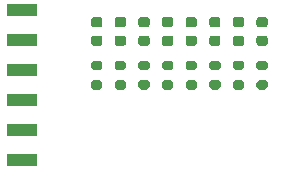
<source format=gbr>
%TF.GenerationSoftware,KiCad,Pcbnew,(5.1.10)-1*%
%TF.CreationDate,2021-08-11T02:03:41+08:00*%
%TF.ProjectId,Pmod-8led,506d6f64-2d38-46c6-9564-2e6b69636164,rev?*%
%TF.SameCoordinates,Original*%
%TF.FileFunction,Paste,Top*%
%TF.FilePolarity,Positive*%
%FSLAX46Y46*%
G04 Gerber Fmt 4.6, Leading zero omitted, Abs format (unit mm)*
G04 Created by KiCad (PCBNEW (5.1.10)-1) date 2021-08-11 02:03:41*
%MOMM*%
%LPD*%
G01*
G04 APERTURE LIST*
%ADD10R,2.500000X1.000000*%
G04 APERTURE END LIST*
D10*
%TO.C,PMOD0*%
X148596100Y-97409000D03*
X148596100Y-99949000D03*
X148596100Y-102489000D03*
X148596100Y-105029000D03*
X148596100Y-107569000D03*
X148596100Y-110109000D03*
%TD*%
%TO.C,R7*%
G36*
G01*
X154678200Y-103348800D02*
X155228200Y-103348800D01*
G75*
G02*
X155428200Y-103548800I0J-200000D01*
G01*
X155428200Y-103948800D01*
G75*
G02*
X155228200Y-104148800I-200000J0D01*
G01*
X154678200Y-104148800D01*
G75*
G02*
X154478200Y-103948800I0J200000D01*
G01*
X154478200Y-103548800D01*
G75*
G02*
X154678200Y-103348800I200000J0D01*
G01*
G37*
G36*
G01*
X154678200Y-101698800D02*
X155228200Y-101698800D01*
G75*
G02*
X155428200Y-101898800I0J-200000D01*
G01*
X155428200Y-102298800D01*
G75*
G02*
X155228200Y-102498800I-200000J0D01*
G01*
X154678200Y-102498800D01*
G75*
G02*
X154478200Y-102298800I0J200000D01*
G01*
X154478200Y-101898800D01*
G75*
G02*
X154678200Y-101698800I200000J0D01*
G01*
G37*
%TD*%
%TO.C,R6*%
G36*
G01*
X156678200Y-103348800D02*
X157228200Y-103348800D01*
G75*
G02*
X157428200Y-103548800I0J-200000D01*
G01*
X157428200Y-103948800D01*
G75*
G02*
X157228200Y-104148800I-200000J0D01*
G01*
X156678200Y-104148800D01*
G75*
G02*
X156478200Y-103948800I0J200000D01*
G01*
X156478200Y-103548800D01*
G75*
G02*
X156678200Y-103348800I200000J0D01*
G01*
G37*
G36*
G01*
X156678200Y-101698800D02*
X157228200Y-101698800D01*
G75*
G02*
X157428200Y-101898800I0J-200000D01*
G01*
X157428200Y-102298800D01*
G75*
G02*
X157228200Y-102498800I-200000J0D01*
G01*
X156678200Y-102498800D01*
G75*
G02*
X156478200Y-102298800I0J200000D01*
G01*
X156478200Y-101898800D01*
G75*
G02*
X156678200Y-101698800I200000J0D01*
G01*
G37*
%TD*%
%TO.C,R5*%
G36*
G01*
X158678200Y-103348800D02*
X159228200Y-103348800D01*
G75*
G02*
X159428200Y-103548800I0J-200000D01*
G01*
X159428200Y-103948800D01*
G75*
G02*
X159228200Y-104148800I-200000J0D01*
G01*
X158678200Y-104148800D01*
G75*
G02*
X158478200Y-103948800I0J200000D01*
G01*
X158478200Y-103548800D01*
G75*
G02*
X158678200Y-103348800I200000J0D01*
G01*
G37*
G36*
G01*
X158678200Y-101698800D02*
X159228200Y-101698800D01*
G75*
G02*
X159428200Y-101898800I0J-200000D01*
G01*
X159428200Y-102298800D01*
G75*
G02*
X159228200Y-102498800I-200000J0D01*
G01*
X158678200Y-102498800D01*
G75*
G02*
X158478200Y-102298800I0J200000D01*
G01*
X158478200Y-101898800D01*
G75*
G02*
X158678200Y-101698800I200000J0D01*
G01*
G37*
%TD*%
%TO.C,R4*%
G36*
G01*
X160678200Y-103348800D02*
X161228200Y-103348800D01*
G75*
G02*
X161428200Y-103548800I0J-200000D01*
G01*
X161428200Y-103948800D01*
G75*
G02*
X161228200Y-104148800I-200000J0D01*
G01*
X160678200Y-104148800D01*
G75*
G02*
X160478200Y-103948800I0J200000D01*
G01*
X160478200Y-103548800D01*
G75*
G02*
X160678200Y-103348800I200000J0D01*
G01*
G37*
G36*
G01*
X160678200Y-101698800D02*
X161228200Y-101698800D01*
G75*
G02*
X161428200Y-101898800I0J-200000D01*
G01*
X161428200Y-102298800D01*
G75*
G02*
X161228200Y-102498800I-200000J0D01*
G01*
X160678200Y-102498800D01*
G75*
G02*
X160478200Y-102298800I0J200000D01*
G01*
X160478200Y-101898800D01*
G75*
G02*
X160678200Y-101698800I200000J0D01*
G01*
G37*
%TD*%
%TO.C,R3*%
G36*
G01*
X162678200Y-103348800D02*
X163228200Y-103348800D01*
G75*
G02*
X163428200Y-103548800I0J-200000D01*
G01*
X163428200Y-103948800D01*
G75*
G02*
X163228200Y-104148800I-200000J0D01*
G01*
X162678200Y-104148800D01*
G75*
G02*
X162478200Y-103948800I0J200000D01*
G01*
X162478200Y-103548800D01*
G75*
G02*
X162678200Y-103348800I200000J0D01*
G01*
G37*
G36*
G01*
X162678200Y-101698800D02*
X163228200Y-101698800D01*
G75*
G02*
X163428200Y-101898800I0J-200000D01*
G01*
X163428200Y-102298800D01*
G75*
G02*
X163228200Y-102498800I-200000J0D01*
G01*
X162678200Y-102498800D01*
G75*
G02*
X162478200Y-102298800I0J200000D01*
G01*
X162478200Y-101898800D01*
G75*
G02*
X162678200Y-101698800I200000J0D01*
G01*
G37*
%TD*%
%TO.C,R2*%
G36*
G01*
X164688200Y-103348800D02*
X165238200Y-103348800D01*
G75*
G02*
X165438200Y-103548800I0J-200000D01*
G01*
X165438200Y-103948800D01*
G75*
G02*
X165238200Y-104148800I-200000J0D01*
G01*
X164688200Y-104148800D01*
G75*
G02*
X164488200Y-103948800I0J200000D01*
G01*
X164488200Y-103548800D01*
G75*
G02*
X164688200Y-103348800I200000J0D01*
G01*
G37*
G36*
G01*
X164688200Y-101698800D02*
X165238200Y-101698800D01*
G75*
G02*
X165438200Y-101898800I0J-200000D01*
G01*
X165438200Y-102298800D01*
G75*
G02*
X165238200Y-102498800I-200000J0D01*
G01*
X164688200Y-102498800D01*
G75*
G02*
X164488200Y-102298800I0J200000D01*
G01*
X164488200Y-101898800D01*
G75*
G02*
X164688200Y-101698800I200000J0D01*
G01*
G37*
%TD*%
%TO.C,R1*%
G36*
G01*
X166678200Y-103348800D02*
X167228200Y-103348800D01*
G75*
G02*
X167428200Y-103548800I0J-200000D01*
G01*
X167428200Y-103948800D01*
G75*
G02*
X167228200Y-104148800I-200000J0D01*
G01*
X166678200Y-104148800D01*
G75*
G02*
X166478200Y-103948800I0J200000D01*
G01*
X166478200Y-103548800D01*
G75*
G02*
X166678200Y-103348800I200000J0D01*
G01*
G37*
G36*
G01*
X166678200Y-101698800D02*
X167228200Y-101698800D01*
G75*
G02*
X167428200Y-101898800I0J-200000D01*
G01*
X167428200Y-102298800D01*
G75*
G02*
X167228200Y-102498800I-200000J0D01*
G01*
X166678200Y-102498800D01*
G75*
G02*
X166478200Y-102298800I0J200000D01*
G01*
X166478200Y-101898800D01*
G75*
G02*
X166678200Y-101698800I200000J0D01*
G01*
G37*
%TD*%
%TO.C,R0*%
G36*
G01*
X168678200Y-103348800D02*
X169228200Y-103348800D01*
G75*
G02*
X169428200Y-103548800I0J-200000D01*
G01*
X169428200Y-103948800D01*
G75*
G02*
X169228200Y-104148800I-200000J0D01*
G01*
X168678200Y-104148800D01*
G75*
G02*
X168478200Y-103948800I0J200000D01*
G01*
X168478200Y-103548800D01*
G75*
G02*
X168678200Y-103348800I200000J0D01*
G01*
G37*
G36*
G01*
X168678200Y-101698800D02*
X169228200Y-101698800D01*
G75*
G02*
X169428200Y-101898800I0J-200000D01*
G01*
X169428200Y-102298800D01*
G75*
G02*
X169228200Y-102498800I-200000J0D01*
G01*
X168678200Y-102498800D01*
G75*
G02*
X168478200Y-102298800I0J200000D01*
G01*
X168478200Y-101898800D01*
G75*
G02*
X168678200Y-101698800I200000J0D01*
G01*
G37*
%TD*%
%TO.C,D7*%
G36*
G01*
X155209450Y-98873800D02*
X154696950Y-98873800D01*
G75*
G02*
X154478200Y-98655050I0J218750D01*
G01*
X154478200Y-98217550D01*
G75*
G02*
X154696950Y-97998800I218750J0D01*
G01*
X155209450Y-97998800D01*
G75*
G02*
X155428200Y-98217550I0J-218750D01*
G01*
X155428200Y-98655050D01*
G75*
G02*
X155209450Y-98873800I-218750J0D01*
G01*
G37*
G36*
G01*
X155209450Y-100448800D02*
X154696950Y-100448800D01*
G75*
G02*
X154478200Y-100230050I0J218750D01*
G01*
X154478200Y-99792550D01*
G75*
G02*
X154696950Y-99573800I218750J0D01*
G01*
X155209450Y-99573800D01*
G75*
G02*
X155428200Y-99792550I0J-218750D01*
G01*
X155428200Y-100230050D01*
G75*
G02*
X155209450Y-100448800I-218750J0D01*
G01*
G37*
%TD*%
%TO.C,D6*%
G36*
G01*
X157209450Y-98873800D02*
X156696950Y-98873800D01*
G75*
G02*
X156478200Y-98655050I0J218750D01*
G01*
X156478200Y-98217550D01*
G75*
G02*
X156696950Y-97998800I218750J0D01*
G01*
X157209450Y-97998800D01*
G75*
G02*
X157428200Y-98217550I0J-218750D01*
G01*
X157428200Y-98655050D01*
G75*
G02*
X157209450Y-98873800I-218750J0D01*
G01*
G37*
G36*
G01*
X157209450Y-100448800D02*
X156696950Y-100448800D01*
G75*
G02*
X156478200Y-100230050I0J218750D01*
G01*
X156478200Y-99792550D01*
G75*
G02*
X156696950Y-99573800I218750J0D01*
G01*
X157209450Y-99573800D01*
G75*
G02*
X157428200Y-99792550I0J-218750D01*
G01*
X157428200Y-100230050D01*
G75*
G02*
X157209450Y-100448800I-218750J0D01*
G01*
G37*
%TD*%
%TO.C,D5*%
G36*
G01*
X159209450Y-98873800D02*
X158696950Y-98873800D01*
G75*
G02*
X158478200Y-98655050I0J218750D01*
G01*
X158478200Y-98217550D01*
G75*
G02*
X158696950Y-97998800I218750J0D01*
G01*
X159209450Y-97998800D01*
G75*
G02*
X159428200Y-98217550I0J-218750D01*
G01*
X159428200Y-98655050D01*
G75*
G02*
X159209450Y-98873800I-218750J0D01*
G01*
G37*
G36*
G01*
X159209450Y-100448800D02*
X158696950Y-100448800D01*
G75*
G02*
X158478200Y-100230050I0J218750D01*
G01*
X158478200Y-99792550D01*
G75*
G02*
X158696950Y-99573800I218750J0D01*
G01*
X159209450Y-99573800D01*
G75*
G02*
X159428200Y-99792550I0J-218750D01*
G01*
X159428200Y-100230050D01*
G75*
G02*
X159209450Y-100448800I-218750J0D01*
G01*
G37*
%TD*%
%TO.C,D4*%
G36*
G01*
X161209450Y-98873800D02*
X160696950Y-98873800D01*
G75*
G02*
X160478200Y-98655050I0J218750D01*
G01*
X160478200Y-98217550D01*
G75*
G02*
X160696950Y-97998800I218750J0D01*
G01*
X161209450Y-97998800D01*
G75*
G02*
X161428200Y-98217550I0J-218750D01*
G01*
X161428200Y-98655050D01*
G75*
G02*
X161209450Y-98873800I-218750J0D01*
G01*
G37*
G36*
G01*
X161209450Y-100448800D02*
X160696950Y-100448800D01*
G75*
G02*
X160478200Y-100230050I0J218750D01*
G01*
X160478200Y-99792550D01*
G75*
G02*
X160696950Y-99573800I218750J0D01*
G01*
X161209450Y-99573800D01*
G75*
G02*
X161428200Y-99792550I0J-218750D01*
G01*
X161428200Y-100230050D01*
G75*
G02*
X161209450Y-100448800I-218750J0D01*
G01*
G37*
%TD*%
%TO.C,D3*%
G36*
G01*
X163209450Y-98873800D02*
X162696950Y-98873800D01*
G75*
G02*
X162478200Y-98655050I0J218750D01*
G01*
X162478200Y-98217550D01*
G75*
G02*
X162696950Y-97998800I218750J0D01*
G01*
X163209450Y-97998800D01*
G75*
G02*
X163428200Y-98217550I0J-218750D01*
G01*
X163428200Y-98655050D01*
G75*
G02*
X163209450Y-98873800I-218750J0D01*
G01*
G37*
G36*
G01*
X163209450Y-100448800D02*
X162696950Y-100448800D01*
G75*
G02*
X162478200Y-100230050I0J218750D01*
G01*
X162478200Y-99792550D01*
G75*
G02*
X162696950Y-99573800I218750J0D01*
G01*
X163209450Y-99573800D01*
G75*
G02*
X163428200Y-99792550I0J-218750D01*
G01*
X163428200Y-100230050D01*
G75*
G02*
X163209450Y-100448800I-218750J0D01*
G01*
G37*
%TD*%
%TO.C,D2*%
G36*
G01*
X165209450Y-98873800D02*
X164696950Y-98873800D01*
G75*
G02*
X164478200Y-98655050I0J218750D01*
G01*
X164478200Y-98217550D01*
G75*
G02*
X164696950Y-97998800I218750J0D01*
G01*
X165209450Y-97998800D01*
G75*
G02*
X165428200Y-98217550I0J-218750D01*
G01*
X165428200Y-98655050D01*
G75*
G02*
X165209450Y-98873800I-218750J0D01*
G01*
G37*
G36*
G01*
X165209450Y-100448800D02*
X164696950Y-100448800D01*
G75*
G02*
X164478200Y-100230050I0J218750D01*
G01*
X164478200Y-99792550D01*
G75*
G02*
X164696950Y-99573800I218750J0D01*
G01*
X165209450Y-99573800D01*
G75*
G02*
X165428200Y-99792550I0J-218750D01*
G01*
X165428200Y-100230050D01*
G75*
G02*
X165209450Y-100448800I-218750J0D01*
G01*
G37*
%TD*%
%TO.C,D1*%
G36*
G01*
X167209450Y-98873800D02*
X166696950Y-98873800D01*
G75*
G02*
X166478200Y-98655050I0J218750D01*
G01*
X166478200Y-98217550D01*
G75*
G02*
X166696950Y-97998800I218750J0D01*
G01*
X167209450Y-97998800D01*
G75*
G02*
X167428200Y-98217550I0J-218750D01*
G01*
X167428200Y-98655050D01*
G75*
G02*
X167209450Y-98873800I-218750J0D01*
G01*
G37*
G36*
G01*
X167209450Y-100448800D02*
X166696950Y-100448800D01*
G75*
G02*
X166478200Y-100230050I0J218750D01*
G01*
X166478200Y-99792550D01*
G75*
G02*
X166696950Y-99573800I218750J0D01*
G01*
X167209450Y-99573800D01*
G75*
G02*
X167428200Y-99792550I0J-218750D01*
G01*
X167428200Y-100230050D01*
G75*
G02*
X167209450Y-100448800I-218750J0D01*
G01*
G37*
%TD*%
%TO.C,D0*%
G36*
G01*
X169209450Y-98873800D02*
X168696950Y-98873800D01*
G75*
G02*
X168478200Y-98655050I0J218750D01*
G01*
X168478200Y-98217550D01*
G75*
G02*
X168696950Y-97998800I218750J0D01*
G01*
X169209450Y-97998800D01*
G75*
G02*
X169428200Y-98217550I0J-218750D01*
G01*
X169428200Y-98655050D01*
G75*
G02*
X169209450Y-98873800I-218750J0D01*
G01*
G37*
G36*
G01*
X169209450Y-100448800D02*
X168696950Y-100448800D01*
G75*
G02*
X168478200Y-100230050I0J218750D01*
G01*
X168478200Y-99792550D01*
G75*
G02*
X168696950Y-99573800I218750J0D01*
G01*
X169209450Y-99573800D01*
G75*
G02*
X169428200Y-99792550I0J-218750D01*
G01*
X169428200Y-100230050D01*
G75*
G02*
X169209450Y-100448800I-218750J0D01*
G01*
G37*
%TD*%
M02*

</source>
